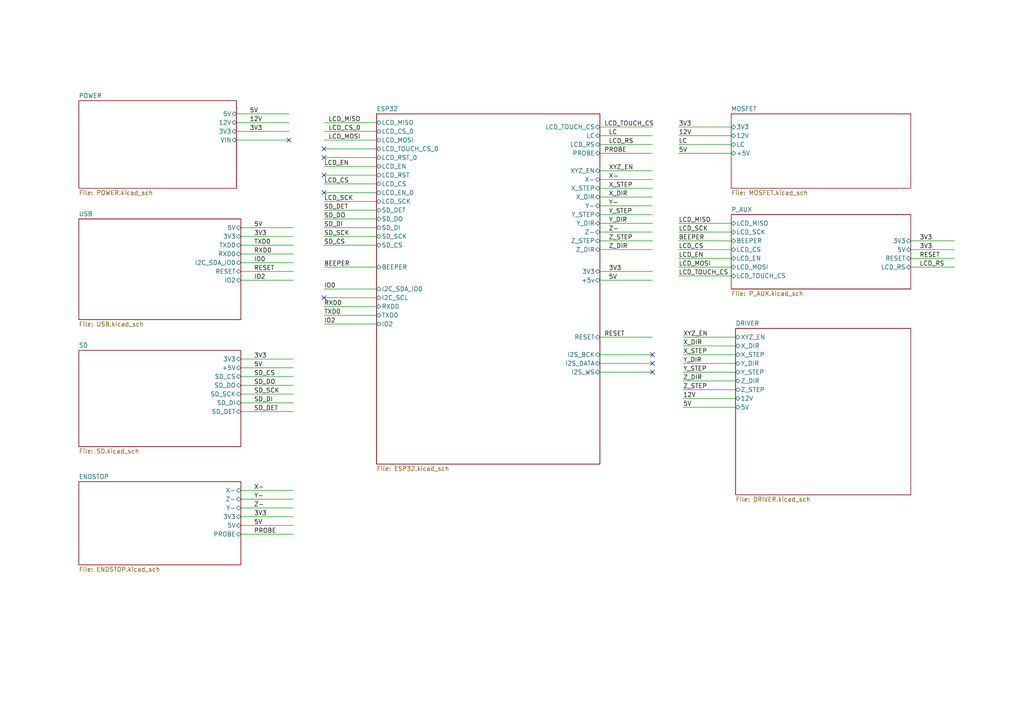
<source format=kicad_sch>
(kicad_sch
	(version 20231120)
	(generator "eeschema")
	(generator_version "8.0")
	(uuid "309a64f8-6469-4d37-84bd-c9d5fec44f88")
	(paper "A4")
	(lib_symbols)
	(no_connect
		(at 93.98 55.88)
		(uuid "12d3d505-df59-463b-b623-7947fade5563")
	)
	(no_connect
		(at 189.23 105.41)
		(uuid "1d12bc1a-628a-4d6c-8806-1a7f14c8ac9b")
	)
	(no_connect
		(at 83.82 40.64)
		(uuid "310b4e6a-5225-4b93-8370-887ba29641fd")
	)
	(no_connect
		(at 93.98 45.72)
		(uuid "3464feeb-b3d3-4f36-86e9-89c68ceef088")
	)
	(no_connect
		(at 93.98 50.8)
		(uuid "3eaede7f-9b62-4ea4-b2ab-6bb7f5fa0a16")
	)
	(no_connect
		(at 93.98 86.36)
		(uuid "44c105f5-8963-4429-b7e2-91cfb75cd469")
	)
	(no_connect
		(at 93.98 43.18)
		(uuid "4d990e5d-2eed-493a-addf-bfa23f885d24")
	)
	(no_connect
		(at 189.23 102.87)
		(uuid "b848a51e-6bdc-4d7c-ab8c-fc2c55191e34")
	)
	(no_connect
		(at 189.23 107.95)
		(uuid "d338c3bb-8ee8-4122-a221-afebabd1e89b")
	)
	(wire
		(pts
			(xy 198.12 100.33) (xy 213.36 100.33)
		)
		(stroke
			(width 0)
			(type default)
		)
		(uuid "002f2468-778c-451a-90e9-428a8a68cae8")
	)
	(wire
		(pts
			(xy 196.85 80.01) (xy 212.09 80.01)
		)
		(stroke
			(width 0)
			(type default)
		)
		(uuid "00a80d3f-ebcb-4737-b2c5-d3832eeb7178")
	)
	(wire
		(pts
			(xy 173.99 57.15) (xy 189.23 57.15)
		)
		(stroke
			(width 0)
			(type default)
		)
		(uuid "051626f2-d73e-418c-a80a-0b7fe368d54e")
	)
	(wire
		(pts
			(xy 196.85 67.31) (xy 212.09 67.31)
		)
		(stroke
			(width 0)
			(type default)
		)
		(uuid "06305edb-9bc4-48b1-bbbe-d52728982b1d")
	)
	(wire
		(pts
			(xy 173.99 81.28) (xy 189.23 81.28)
		)
		(stroke
			(width 0)
			(type default)
		)
		(uuid "077e158e-072b-499a-98e2-9ff984735bd2")
	)
	(wire
		(pts
			(xy 69.85 152.4) (xy 85.09 152.4)
		)
		(stroke
			(width 0)
			(type default)
		)
		(uuid "0b3d23b6-a577-4407-aa0b-a795d89e5068")
	)
	(wire
		(pts
			(xy 264.16 69.85) (xy 276.86 69.85)
		)
		(stroke
			(width 0)
			(type default)
		)
		(uuid "0fdf76ac-1a08-47a6-9b6c-08edb9829c8e")
	)
	(wire
		(pts
			(xy 93.98 38.1) (xy 109.22 38.1)
		)
		(stroke
			(width 0)
			(type default)
		)
		(uuid "0fe2040a-a086-4a6d-bfca-a3f6042c3bde")
	)
	(wire
		(pts
			(xy 69.85 76.2) (xy 85.09 76.2)
		)
		(stroke
			(width 0)
			(type default)
		)
		(uuid "10bd79d7-94ae-4693-a547-f7cca1b98779")
	)
	(wire
		(pts
			(xy 93.98 77.47) (xy 109.22 77.47)
		)
		(stroke
			(width 0)
			(type default)
		)
		(uuid "13d8b090-5397-4f33-a294-630ab9d2725d")
	)
	(wire
		(pts
			(xy 93.98 40.64) (xy 109.22 40.64)
		)
		(stroke
			(width 0)
			(type default)
		)
		(uuid "14ec6519-42c2-4840-8385-dc19f41c4f4d")
	)
	(wire
		(pts
			(xy 69.85 154.94) (xy 85.09 154.94)
		)
		(stroke
			(width 0)
			(type default)
		)
		(uuid "1628fe2e-5ebd-4317-bb3f-4a047c3fbaf5")
	)
	(wire
		(pts
			(xy 173.99 62.23) (xy 189.23 62.23)
		)
		(stroke
			(width 0)
			(type default)
		)
		(uuid "17103e86-b0db-4502-bfb6-b21653e497e8")
	)
	(wire
		(pts
			(xy 173.99 72.39) (xy 189.23 72.39)
		)
		(stroke
			(width 0)
			(type default)
		)
		(uuid "1d936b53-2f34-4323-a2b4-ae59c905b918")
	)
	(wire
		(pts
			(xy 198.12 102.87) (xy 213.36 102.87)
		)
		(stroke
			(width 0)
			(type default)
		)
		(uuid "2121369a-9240-48af-880d-1d25bd478ed3")
	)
	(wire
		(pts
			(xy 196.85 39.37) (xy 212.09 39.37)
		)
		(stroke
			(width 0)
			(type default)
		)
		(uuid "24cde3ad-f9a5-4822-b56d-705ec5534dbc")
	)
	(wire
		(pts
			(xy 93.98 91.44) (xy 109.22 91.44)
		)
		(stroke
			(width 0)
			(type default)
		)
		(uuid "26a9f601-68fe-4adc-ab7b-9fe63e99deb5")
	)
	(wire
		(pts
			(xy 198.12 115.57) (xy 213.36 115.57)
		)
		(stroke
			(width 0)
			(type default)
		)
		(uuid "27602972-d941-4470-a3e6-1bf7ca2132ce")
	)
	(wire
		(pts
			(xy 68.58 38.1) (xy 83.82 38.1)
		)
		(stroke
			(width 0)
			(type default)
		)
		(uuid "29d03ffb-62fd-44e1-9a8a-81746b666105")
	)
	(wire
		(pts
			(xy 69.85 119.38) (xy 85.09 119.38)
		)
		(stroke
			(width 0)
			(type default)
		)
		(uuid "2ab3448e-5f53-4d57-82bf-a2e0a452cbaa")
	)
	(wire
		(pts
			(xy 93.98 63.5) (xy 109.22 63.5)
		)
		(stroke
			(width 0)
			(type default)
		)
		(uuid "2d8ac189-8580-4203-bd9b-37c54ebec228")
	)
	(wire
		(pts
			(xy 69.85 68.58) (xy 85.09 68.58)
		)
		(stroke
			(width 0)
			(type default)
		)
		(uuid "2d91e92a-9977-4c79-9523-5a659fe14490")
	)
	(wire
		(pts
			(xy 264.16 77.47) (xy 276.86 77.47)
		)
		(stroke
			(width 0)
			(type default)
		)
		(uuid "3258d648-a8e5-4744-a423-2c3db5706c57")
	)
	(wire
		(pts
			(xy 93.98 53.34) (xy 109.22 53.34)
		)
		(stroke
			(width 0)
			(type default)
		)
		(uuid "42d1e54d-5ff2-45be-bfa8-933d47199e11")
	)
	(wire
		(pts
			(xy 173.99 36.83) (xy 189.23 36.83)
		)
		(stroke
			(width 0)
			(type default)
		)
		(uuid "4480eaf9-f7ba-425e-bf54-2ffd43a4dc71")
	)
	(wire
		(pts
			(xy 68.58 35.56) (xy 83.82 35.56)
		)
		(stroke
			(width 0)
			(type default)
		)
		(uuid "45c2b56e-3048-4a56-b48b-e6cda4153c9d")
	)
	(wire
		(pts
			(xy 196.85 74.93) (xy 212.09 74.93)
		)
		(stroke
			(width 0)
			(type default)
		)
		(uuid "4b48eb14-8711-4c02-a735-b7fb5ecd2701")
	)
	(wire
		(pts
			(xy 93.98 86.36) (xy 109.22 86.36)
		)
		(stroke
			(width 0)
			(type default)
		)
		(uuid "4be917c2-fe88-4866-b4da-71d35520531b")
	)
	(wire
		(pts
			(xy 93.98 45.72) (xy 109.22 45.72)
		)
		(stroke
			(width 0)
			(type default)
		)
		(uuid "4e86dbdb-f6d8-4894-becf-5d6d802a3665")
	)
	(wire
		(pts
			(xy 68.58 33.02) (xy 83.82 33.02)
		)
		(stroke
			(width 0)
			(type default)
		)
		(uuid "4f964b72-0e62-4faa-ba07-561ff291c7a3")
	)
	(wire
		(pts
			(xy 69.85 149.86) (xy 85.09 149.86)
		)
		(stroke
			(width 0)
			(type default)
		)
		(uuid "4ff83609-3eeb-4e82-a916-07ee65869b74")
	)
	(wire
		(pts
			(xy 173.99 107.95) (xy 189.23 107.95)
		)
		(stroke
			(width 0)
			(type default)
		)
		(uuid "527c0d50-815d-4f09-90b1-963bf372b13d")
	)
	(wire
		(pts
			(xy 68.58 40.64) (xy 83.82 40.64)
		)
		(stroke
			(width 0)
			(type default)
		)
		(uuid "529b994a-11d9-43f3-81a2-74f30182c4e9")
	)
	(wire
		(pts
			(xy 173.99 49.53) (xy 189.23 49.53)
		)
		(stroke
			(width 0)
			(type default)
		)
		(uuid "52cad208-061d-41a6-a0cd-e47db1cb6a0f")
	)
	(wire
		(pts
			(xy 69.85 116.84) (xy 85.09 116.84)
		)
		(stroke
			(width 0)
			(type default)
		)
		(uuid "5353d464-6974-42cf-bd18-ca9320214583")
	)
	(wire
		(pts
			(xy 93.98 58.42) (xy 109.22 58.42)
		)
		(stroke
			(width 0)
			(type default)
		)
		(uuid "573a08fe-2b8a-4b48-bb5b-6dbe960dff49")
	)
	(wire
		(pts
			(xy 198.12 107.95) (xy 213.36 107.95)
		)
		(stroke
			(width 0)
			(type default)
		)
		(uuid "57b02046-c4bb-4bd1-9a3c-3885b4bf25b1")
	)
	(wire
		(pts
			(xy 198.12 118.11) (xy 213.36 118.11)
		)
		(stroke
			(width 0)
			(type default)
		)
		(uuid "626ed919-6b99-4ef7-9e47-3385a467f23e")
	)
	(wire
		(pts
			(xy 69.85 71.12) (xy 85.09 71.12)
		)
		(stroke
			(width 0)
			(type default)
		)
		(uuid "62d3bfa0-d787-4219-9d6c-0f7c510bd5b8")
	)
	(wire
		(pts
			(xy 69.85 66.04) (xy 85.09 66.04)
		)
		(stroke
			(width 0)
			(type default)
		)
		(uuid "705c4449-7bb4-474d-b70a-f585338e476f")
	)
	(wire
		(pts
			(xy 198.12 113.03) (xy 213.36 113.03)
		)
		(stroke
			(width 0)
			(type default)
		)
		(uuid "72b7f1fb-81b9-4746-9a06-2caf58ad4576")
	)
	(wire
		(pts
			(xy 93.98 55.88) (xy 109.22 55.88)
		)
		(stroke
			(width 0)
			(type default)
		)
		(uuid "76ebb470-c550-46cd-9b89-ab9558292606")
	)
	(wire
		(pts
			(xy 196.85 69.85) (xy 212.09 69.85)
		)
		(stroke
			(width 0)
			(type default)
		)
		(uuid "7838e75b-3ae6-4724-a7ba-1af1cff83037")
	)
	(wire
		(pts
			(xy 69.85 147.32) (xy 85.09 147.32)
		)
		(stroke
			(width 0)
			(type default)
		)
		(uuid "7a60e9de-e470-4027-85a4-54d4669680de")
	)
	(wire
		(pts
			(xy 69.85 111.76) (xy 85.09 111.76)
		)
		(stroke
			(width 0)
			(type default)
		)
		(uuid "7d742ff9-6510-44b0-bed5-297037949ff6")
	)
	(wire
		(pts
			(xy 93.98 93.98) (xy 109.22 93.98)
		)
		(stroke
			(width 0)
			(type default)
		)
		(uuid "7e8ff188-8cea-4096-89fb-ecca4fad13cc")
	)
	(wire
		(pts
			(xy 69.85 106.68) (xy 85.09 106.68)
		)
		(stroke
			(width 0)
			(type default)
		)
		(uuid "7fb2481a-1601-4904-95a2-dc4dde06ecaa")
	)
	(wire
		(pts
			(xy 93.98 68.58) (xy 109.22 68.58)
		)
		(stroke
			(width 0)
			(type default)
		)
		(uuid "7fbf88ea-50fe-4af0-a446-4045d6c3b1d6")
	)
	(wire
		(pts
			(xy 93.98 60.96) (xy 109.22 60.96)
		)
		(stroke
			(width 0)
			(type default)
		)
		(uuid "818618f4-3188-4498-b3ad-b6ba24fb52a5")
	)
	(wire
		(pts
			(xy 173.99 97.79) (xy 189.23 97.79)
		)
		(stroke
			(width 0)
			(type default)
		)
		(uuid "875e6041-c798-40e5-8f05-0fd5adfd59a4")
	)
	(wire
		(pts
			(xy 69.85 142.24) (xy 85.09 142.24)
		)
		(stroke
			(width 0)
			(type default)
		)
		(uuid "882cbdb8-abc9-4d50-8fb3-83231d99d170")
	)
	(wire
		(pts
			(xy 93.98 35.56) (xy 109.22 35.56)
		)
		(stroke
			(width 0)
			(type default)
		)
		(uuid "890f01dc-2660-4c13-aa95-749ce2dcbd79")
	)
	(wire
		(pts
			(xy 93.98 83.82) (xy 109.22 83.82)
		)
		(stroke
			(width 0)
			(type default)
		)
		(uuid "8a0fca3f-89bc-42de-ac62-e5c3814cec4c")
	)
	(wire
		(pts
			(xy 173.99 105.41) (xy 189.23 105.41)
		)
		(stroke
			(width 0)
			(type default)
		)
		(uuid "8c4c1755-45da-4d9c-8abb-c8426bdd621a")
	)
	(wire
		(pts
			(xy 173.99 41.91) (xy 189.23 41.91)
		)
		(stroke
			(width 0)
			(type default)
		)
		(uuid "8f172efa-0a60-485c-b6ab-f756f8ccdd50")
	)
	(wire
		(pts
			(xy 173.99 64.77) (xy 189.23 64.77)
		)
		(stroke
			(width 0)
			(type default)
		)
		(uuid "8f395720-e4e5-4e88-a6ac-3fb351a9fd2b")
	)
	(wire
		(pts
			(xy 173.99 52.07) (xy 189.23 52.07)
		)
		(stroke
			(width 0)
			(type default)
		)
		(uuid "9197e706-bce2-4e5c-a5b0-f59c6a59648d")
	)
	(wire
		(pts
			(xy 93.98 50.8) (xy 109.22 50.8)
		)
		(stroke
			(width 0)
			(type default)
		)
		(uuid "9277f7e8-85e9-40d8-b52a-593473108fb0")
	)
	(wire
		(pts
			(xy 173.99 69.85) (xy 189.23 69.85)
		)
		(stroke
			(width 0)
			(type default)
		)
		(uuid "9473d8b1-198d-49cd-894c-3d2988158ef6")
	)
	(wire
		(pts
			(xy 198.12 110.49) (xy 213.36 110.49)
		)
		(stroke
			(width 0)
			(type default)
		)
		(uuid "99324a85-2b88-449d-92e4-0497afb8230a")
	)
	(wire
		(pts
			(xy 196.85 36.83) (xy 212.09 36.83)
		)
		(stroke
			(width 0)
			(type default)
		)
		(uuid "99407cb5-aacd-4d47-a49b-0ef078b5aafd")
	)
	(wire
		(pts
			(xy 173.99 59.69) (xy 189.23 59.69)
		)
		(stroke
			(width 0)
			(type default)
		)
		(uuid "9d71435f-3eb9-462f-96b6-42ecf59bbe59")
	)
	(wire
		(pts
			(xy 69.85 114.3) (xy 85.09 114.3)
		)
		(stroke
			(width 0)
			(type default)
		)
		(uuid "9d9d0a74-185e-465c-882a-2a5c09888f59")
	)
	(wire
		(pts
			(xy 69.85 109.22) (xy 85.09 109.22)
		)
		(stroke
			(width 0)
			(type default)
		)
		(uuid "9e65e075-2f50-42ca-967e-60cd5f4fd030")
	)
	(wire
		(pts
			(xy 93.98 88.9) (xy 109.22 88.9)
		)
		(stroke
			(width 0)
			(type default)
		)
		(uuid "a01ed52f-25cf-4a38-9d64-b78a648f5766")
	)
	(wire
		(pts
			(xy 173.99 44.45) (xy 189.23 44.45)
		)
		(stroke
			(width 0)
			(type default)
		)
		(uuid "a423581e-2f97-42c8-bd1a-9667a2228559")
	)
	(wire
		(pts
			(xy 196.85 64.77) (xy 212.09 64.77)
		)
		(stroke
			(width 0)
			(type default)
		)
		(uuid "ac6af785-9021-4c06-b75e-5c596ba34d6c")
	)
	(wire
		(pts
			(xy 196.85 72.39) (xy 212.09 72.39)
		)
		(stroke
			(width 0)
			(type default)
		)
		(uuid "b0b4c55e-8e46-4db7-8297-a851c834b5d5")
	)
	(wire
		(pts
			(xy 69.85 144.78) (xy 85.09 144.78)
		)
		(stroke
			(width 0)
			(type default)
		)
		(uuid "b1cc3142-4b82-4da9-ad04-91543b3b2f8b")
	)
	(wire
		(pts
			(xy 196.85 41.91) (xy 212.09 41.91)
		)
		(stroke
			(width 0)
			(type default)
		)
		(uuid "b284926c-d89f-431d-a379-ebd0d1a9ec4b")
	)
	(wire
		(pts
			(xy 173.99 67.31) (xy 189.23 67.31)
		)
		(stroke
			(width 0)
			(type default)
		)
		(uuid "b5c90206-5765-43f1-91a6-318e38c95de6")
	)
	(wire
		(pts
			(xy 173.99 39.37) (xy 189.23 39.37)
		)
		(stroke
			(width 0)
			(type default)
		)
		(uuid "b73f2936-ed5b-4af4-87fa-5bd16178a1b0")
	)
	(wire
		(pts
			(xy 264.16 74.93) (xy 276.86 74.93)
		)
		(stroke
			(width 0)
			(type default)
		)
		(uuid "b77f2a3f-938c-4e3b-99a9-7e91843c07d6")
	)
	(wire
		(pts
			(xy 173.99 54.61) (xy 189.23 54.61)
		)
		(stroke
			(width 0)
			(type default)
		)
		(uuid "b949ea4f-cc2b-4c3c-8bc5-054aecfbb120")
	)
	(wire
		(pts
			(xy 173.99 102.87) (xy 189.23 102.87)
		)
		(stroke
			(width 0)
			(type default)
		)
		(uuid "b9a0feb2-90da-491c-b168-a05fb679cfad")
	)
	(wire
		(pts
			(xy 264.16 72.39) (xy 276.86 72.39)
		)
		(stroke
			(width 0)
			(type default)
		)
		(uuid "bb10a965-504e-4e25-9705-1e33dc729c91")
	)
	(wire
		(pts
			(xy 69.85 81.28) (xy 85.09 81.28)
		)
		(stroke
			(width 0)
			(type default)
		)
		(uuid "bea277ae-3c48-40b8-a731-c16a35d60df8")
	)
	(wire
		(pts
			(xy 93.98 66.04) (xy 109.22 66.04)
		)
		(stroke
			(width 0)
			(type default)
		)
		(uuid "c2b086ba-f7f9-4ce1-afbc-6a1569387fd7")
	)
	(wire
		(pts
			(xy 196.85 44.45) (xy 212.09 44.45)
		)
		(stroke
			(width 0)
			(type default)
		)
		(uuid "c96afdab-ef35-440d-8dd2-7ee54c10470a")
	)
	(wire
		(pts
			(xy 198.12 97.79) (xy 213.36 97.79)
		)
		(stroke
			(width 0)
			(type default)
		)
		(uuid "ca3d1306-0088-441d-9f1e-69d3975c8476")
	)
	(wire
		(pts
			(xy 69.85 78.74) (xy 85.09 78.74)
		)
		(stroke
			(width 0)
			(type default)
		)
		(uuid "db838f75-61f6-4eb6-974c-f7da4ee096d8")
	)
	(wire
		(pts
			(xy 198.12 105.41) (xy 213.36 105.41)
		)
		(stroke
			(width 0)
			(type default)
		)
		(uuid "e303fea9-cfcf-4d6a-84cd-26daf865189c")
	)
	(wire
		(pts
			(xy 196.85 77.47) (xy 212.09 77.47)
		)
		(stroke
			(width 0)
			(type default)
		)
		(uuid "e3a2f155-2cf6-4868-9162-5ced57374540")
	)
	(wire
		(pts
			(xy 173.99 78.74) (xy 189.23 78.74)
		)
		(stroke
			(width 0)
			(type default)
		)
		(uuid "e42395c7-f03b-4ec2-a5ac-6e7872a36d4b")
	)
	(wire
		(pts
			(xy 69.85 104.14) (xy 85.09 104.14)
		)
		(stroke
			(width 0)
			(type default)
		)
		(uuid "e431a8c3-5072-45dc-b189-ba6556a17785")
	)
	(wire
		(pts
			(xy 93.98 43.18) (xy 109.22 43.18)
		)
		(stroke
			(width 0)
			(type default)
		)
		(uuid "e59bfa92-b4e3-474d-9bef-a5d2d99eb7f8")
	)
	(wire
		(pts
			(xy 69.85 73.66) (xy 85.09 73.66)
		)
		(stroke
			(width 0)
			(type default)
		)
		(uuid "e779f146-910a-475c-89b1-d3788915ed82")
	)
	(wire
		(pts
			(xy 93.98 71.12) (xy 109.22 71.12)
		)
		(stroke
			(width 0)
			(type default)
		)
		(uuid "f071e85b-98b3-4eb4-a7ac-35d07ef16df0")
	)
	(wire
		(pts
			(xy 93.98 48.26) (xy 109.22 48.26)
		)
		(stroke
			(width 0)
			(type default)
		)
		(uuid "f33384f5-4772-4b41-9218-95fb5f86ac7b")
	)
	(label "RESET"
		(at 175.26 97.79 0)
		(fields_autoplaced yes)
		(effects
			(font
				(size 1.27 1.27)
			)
			(justify left bottom)
		)
		(uuid "0c51c319-7630-4d9e-85b2-49e91cd8598c")
	)
	(label "Y_STEP"
		(at 198.12 107.95 0)
		(fields_autoplaced yes)
		(effects
			(font
				(size 1.27 1.27)
			)
			(justify left bottom)
		)
		(uuid "10b4e663-99c4-4355-91a2-3bb3ed7d6741")
	)
	(label "TXD0"
		(at 93.98 91.44 0)
		(fields_autoplaced yes)
		(effects
			(font
				(size 1.27 1.27)
			)
			(justify left bottom)
		)
		(uuid "1922222f-3bfb-46e0-8568-89198d81c8b1")
	)
	(label "LC"
		(at 176.53 39.37 0)
		(fields_autoplaced yes)
		(effects
			(font
				(size 1.27 1.27)
			)
			(justify left bottom)
		)
		(uuid "1ad968bc-a1ae-4933-95dd-4a1e1c9f221e")
	)
	(label "SD_CS"
		(at 73.66 109.22 0)
		(fields_autoplaced yes)
		(effects
			(font
				(size 1.27 1.27)
			)
			(justify left bottom)
		)
		(uuid "1b616393-d13c-467a-98cf-eb4d2435f0bf")
	)
	(label "LCD_MISO"
		(at 95.25 35.56 0)
		(fields_autoplaced yes)
		(effects
			(font
				(size 1.27 1.27)
			)
			(justify left bottom)
		)
		(uuid "1be313c2-89d8-4c6d-90f7-407299c3996e")
	)
	(label "Y_DIR"
		(at 198.12 105.41 0)
		(fields_autoplaced yes)
		(effects
			(font
				(size 1.27 1.27)
			)
			(justify left bottom)
		)
		(uuid "1c058196-a448-476f-989e-abf9a0b6d6c2")
	)
	(label "TXD0"
		(at 73.66 71.12 0)
		(fields_autoplaced yes)
		(effects
			(font
				(size 1.27 1.27)
			)
			(justify left bottom)
		)
		(uuid "22ea786e-6978-4109-8553-00198bc933fd")
	)
	(label "IO2"
		(at 73.66 81.28 0)
		(fields_autoplaced yes)
		(effects
			(font
				(size 1.27 1.27)
			)
			(justify left bottom)
		)
		(uuid "2d8d9cde-8607-42b3-97dd-fc306395e009")
	)
	(label "XYZ_EN"
		(at 198.12 97.79 0)
		(fields_autoplaced yes)
		(effects
			(font
				(size 1.27 1.27)
			)
			(justify left bottom)
		)
		(uuid "2e0be666-da04-4727-9988-5825a39eec3d")
	)
	(label "X_DIR"
		(at 176.53 57.15 0)
		(fields_autoplaced yes)
		(effects
			(font
				(size 1.27 1.27)
			)
			(justify left bottom)
		)
		(uuid "2e215b13-bf6a-4211-94ee-b71657dce48c")
	)
	(label "LCD_MOSI"
		(at 196.85 77.47 0)
		(fields_autoplaced yes)
		(effects
			(font
				(size 1.27 1.27)
			)
			(justify left bottom)
		)
		(uuid "2f71f6fb-7800-4b9e-8ed1-eee9fc052b1d")
	)
	(label "3V3"
		(at 73.66 68.58 0)
		(fields_autoplaced yes)
		(effects
			(font
				(size 1.27 1.27)
			)
			(justify left bottom)
		)
		(uuid "3317d41c-d232-444e-b3b1-667cb0f113a2")
	)
	(label "LCD_SCK"
		(at 196.85 67.31 0)
		(fields_autoplaced yes)
		(effects
			(font
				(size 1.27 1.27)
			)
			(justify left bottom)
		)
		(uuid "331fd4a4-5ccb-488a-be50-ee2e62a61d22")
	)
	(label "LCD_CS"
		(at 93.98 53.34 0)
		(fields_autoplaced yes)
		(effects
			(font
				(size 1.27 1.27)
			)
			(justify left bottom)
		)
		(uuid "410bf2c4-0f3f-4e5b-9686-ae6481244ac8")
	)
	(label "12V"
		(at 198.12 115.57 0)
		(fields_autoplaced yes)
		(effects
			(font
				(size 1.27 1.27)
			)
			(justify left bottom)
		)
		(uuid "48ab926a-2942-406a-a0f2-e29368414b3b")
	)
	(label "LCD_RS"
		(at 176.53 41.91 0)
		(fields_autoplaced yes)
		(effects
			(font
				(size 1.27 1.27)
			)
			(justify left bottom)
		)
		(uuid "4f129154-2f5e-44e2-b03f-d851833911e7")
	)
	(label "SD_CS"
		(at 93.98 71.12 0)
		(fields_autoplaced yes)
		(effects
			(font
				(size 1.27 1.27)
			)
			(justify left bottom)
		)
		(uuid "510f1ea3-d812-4b6c-ab81-3c05d325e8ca")
	)
	(label "SD_DI"
		(at 73.66 116.84 0)
		(fields_autoplaced yes)
		(effects
			(font
				(size 1.27 1.27)
			)
			(justify left bottom)
		)
		(uuid "518e832b-a365-49e5-a7ec-26e265ac76a2")
	)
	(label "BEEPER"
		(at 93.98 77.47 0)
		(fields_autoplaced yes)
		(effects
			(font
				(size 1.27 1.27)
			)
			(justify left bottom)
		)
		(uuid "519a09f4-aebe-470c-8c14-726d3e793f99")
	)
	(label "LCD_SCK"
		(at 93.98 58.42 0)
		(fields_autoplaced yes)
		(effects
			(font
				(size 1.27 1.27)
			)
			(justify left bottom)
		)
		(uuid "544d78f1-77ca-4915-994a-b4d04e164c48")
	)
	(label "LCD_TOUCH_CS"
		(at 196.85 80.01 0)
		(fields_autoplaced yes)
		(effects
			(font
				(size 1.27 1.27)
			)
			(justify left bottom)
		)
		(uuid "56c2a579-4d8a-477a-af9e-a2ce47d38555")
	)
	(label "LCD_EN"
		(at 196.85 74.93 0)
		(fields_autoplaced yes)
		(effects
			(font
				(size 1.27 1.27)
			)
			(justify left bottom)
		)
		(uuid "5b65841d-db33-4451-9884-38c6366eaaa8")
	)
	(label "3V3"
		(at 73.66 149.86 0)
		(fields_autoplaced yes)
		(effects
			(font
				(size 1.27 1.27)
			)
			(justify left bottom)
		)
		(uuid "5baa597b-5b1a-40f8-96be-52c7b4339a04")
	)
	(label "IO0"
		(at 73.66 76.2 0)
		(fields_autoplaced yes)
		(effects
			(font
				(size 1.27 1.27)
			)
			(justify left bottom)
		)
		(uuid "5f4a23c1-ab12-4bec-b91a-b650480e810a")
	)
	(label "LC"
		(at 196.85 41.91 0)
		(fields_autoplaced yes)
		(effects
			(font
				(size 1.27 1.27)
			)
			(justify left bottom)
		)
		(uuid "60270052-1978-4f68-af83-5e80ab219738")
	)
	(label "SD_DI"
		(at 93.98 66.04 0)
		(fields_autoplaced yes)
		(effects
			(font
				(size 1.27 1.27)
			)
			(justify left bottom)
		)
		(uuid "62d6c204-187d-415f-9470-2f1d0aee1430")
	)
	(label "12V"
		(at 72.39 35.56 0)
		(fields_autoplaced yes)
		(effects
			(font
				(size 1.27 1.27)
			)
			(justify left bottom)
		)
		(uuid "632d36d4-5b0b-470f-a4b7-c59bba22f4cf")
	)
	(label "LCD_CS_0"
		(at 95.25 38.1 0)
		(fields_autoplaced yes)
		(effects
			(font
				(size 1.27 1.27)
			)
			(justify left bottom)
		)
		(uuid "6465ab00-0fe2-446d-abb4-265bd725134e")
	)
	(label "BEEPER"
		(at 196.85 69.85 0)
		(fields_autoplaced yes)
		(effects
			(font
				(size 1.27 1.27)
			)
			(justify left bottom)
		)
		(uuid "65b616b6-04d5-4876-b5d4-e7f94f106b1b")
	)
	(label "X_DIR"
		(at 198.12 100.33 0)
		(fields_autoplaced yes)
		(effects
			(font
				(size 1.27 1.27)
			)
			(justify left bottom)
		)
		(uuid "6d38cee8-e270-44ec-a227-1838efa1c4e2")
	)
	(label "SD_DO"
		(at 73.66 111.76 0)
		(fields_autoplaced yes)
		(effects
			(font
				(size 1.27 1.27)
			)
			(justify left bottom)
		)
		(uuid "6eb852bf-3dee-483f-95da-34ed0a671356")
	)
	(label "3V3"
		(at 72.39 38.1 0)
		(fields_autoplaced yes)
		(effects
			(font
				(size 1.27 1.27)
			)
			(justify left bottom)
		)
		(uuid "7293e27e-aa6d-4896-872f-f1cbf10164fb")
	)
	(label "5V"
		(at 196.85 44.45 0)
		(fields_autoplaced yes)
		(effects
			(font
				(size 1.27 1.27)
			)
			(justify left bottom)
		)
		(uuid "7405510c-43cb-4e53-8da2-50a7974eb667")
	)
	(label "RXD0"
		(at 93.98 88.9 0)
		(fields_autoplaced yes)
		(effects
			(font
				(size 1.27 1.27)
			)
			(justify left bottom)
		)
		(uuid "7463bfac-1e6e-4ab2-90cf-6cd7b1c2d737")
	)
	(label "5V"
		(at 176.53 81.28 0)
		(fields_autoplaced yes)
		(effects
			(font
				(size 1.27 1.27)
			)
			(justify left bottom)
		)
		(uuid "766fe905-ff70-4dfd-82dc-14ddd04a3051")
	)
	(label "5V"
		(at 198.12 118.11 0)
		(fields_autoplaced yes)
		(effects
			(font
				(size 1.27 1.27)
			)
			(justify left bottom)
		)
		(uuid "892ec74d-5139-42be-b2ed-d1627371bb70")
	)
	(label "Y-"
		(at 73.66 144.78 0)
		(fields_autoplaced yes)
		(effects
			(font
				(size 1.27 1.27)
			)
			(justify left bottom)
		)
		(uuid "8cc14e71-9fa9-4acf-ba87-45bcd121589d")
	)
	(label "LCD_TOUCH_CS"
		(at 175.26 36.83 0)
		(fields_autoplaced yes)
		(effects
			(font
				(size 1.27 1.27)
			)
			(justify left bottom)
		)
		(uuid "90eb6d99-2a7c-4ba1-9155-84b16ecc546a")
	)
	(label "Y_STEP"
		(at 176.53 62.23 0)
		(fields_autoplaced yes)
		(effects
			(font
				(size 1.27 1.27)
			)
			(justify left bottom)
		)
		(uuid "93e50d8a-6377-4409-92d8-a794da1e2119")
	)
	(label "IO0"
		(at 93.98 83.82 0)
		(fields_autoplaced yes)
		(effects
			(font
				(size 1.27 1.27)
			)
			(justify left bottom)
		)
		(uuid "94305c9e-1afe-4fbe-a712-a61265adb44d")
	)
	(label "SD_SCK"
		(at 93.98 68.58 0)
		(fields_autoplaced yes)
		(effects
			(font
				(size 1.27 1.27)
			)
			(justify left bottom)
		)
		(uuid "99e99cc4-4a5b-4ab5-8592-2cfd99f2fabe")
	)
	(label "3V3"
		(at 73.66 104.14 0)
		(fields_autoplaced yes)
		(effects
			(font
				(size 1.27 1.27)
			)
			(justify left bottom)
		)
		(uuid "9a6c771e-1097-45fb-b0f1-424fa4b8466e")
	)
	(label "SD_DET"
		(at 93.98 60.96 0)
		(fields_autoplaced yes)
		(effects
			(font
				(size 1.27 1.27)
			)
			(justify left bottom)
		)
		(uuid "9d232f72-58f9-4a38-b62a-5c1d92fb7dc1")
	)
	(label "Z_DIR"
		(at 176.53 72.39 0)
		(fields_autoplaced yes)
		(effects
			(font
				(size 1.27 1.27)
			)
			(justify left bottom)
		)
		(uuid "9d9750ad-316a-41c2-a17c-68d432661eef")
	)
	(label "3V3"
		(at 266.7 69.85 0)
		(fields_autoplaced yes)
		(effects
			(font
				(size 1.27 1.27)
			)
			(justify left bottom)
		)
		(uuid "9fc09b63-aaf5-4cfd-a355-9acf1082e91b")
	)
	(label "Z_STEP"
		(at 198.12 113.03 0)
		(fields_autoplaced yes)
		(effects
			(font
				(size 1.27 1.27)
			)
			(justify left bottom)
		)
		(uuid "a07df920-a923-4c7b-b052-f7a2fa1c8df1")
	)
	(label "LCD_RS"
		(at 266.7 77.47 0)
		(fields_autoplaced yes)
		(effects
			(font
				(size 1.27 1.27)
			)
			(justify left bottom)
		)
		(uuid "aac310f7-6eb5-4896-a658-09bd79dbfdcf")
	)
	(label "SD_SCK"
		(at 73.66 114.3 0)
		(fields_autoplaced yes)
		(effects
			(font
				(size 1.27 1.27)
			)
			(justify left bottom)
		)
		(uuid "add31cf3-746a-483a-9080-2f65b2e44035")
	)
	(label "LCD_CS"
		(at 196.85 72.39 0)
		(fields_autoplaced yes)
		(effects
			(font
				(size 1.27 1.27)
			)
			(justify left bottom)
		)
		(uuid "af27f01a-4036-4175-b8ce-583fd925a93d")
	)
	(label "RXD0"
		(at 73.66 73.66 0)
		(fields_autoplaced yes)
		(effects
			(font
				(size 1.27 1.27)
			)
			(justify left bottom)
		)
		(uuid "b19305d6-a24e-4efc-b185-93faf30fb6c5")
	)
	(label "5V"
		(at 73.66 152.4 0)
		(fields_autoplaced yes)
		(effects
			(font
				(size 1.27 1.27)
			)
			(justify left bottom)
		)
		(uuid "b66b5e85-551a-40fa-bb58-f82edf94548c")
	)
	(label "5V"
		(at 72.39 33.02 0)
		(fields_autoplaced yes)
		(effects
			(font
				(size 1.27 1.27)
			)
			(justify left bottom)
		)
		(uuid "b69bdf9f-eebb-40e3-b878-c412c4a5bc38")
	)
	(label "Z-"
		(at 176.53 67.31 0)
		(fields_autoplaced yes)
		(effects
			(font
				(size 1.27 1.27)
			)
			(justify left bottom)
		)
		(uuid "b7985b2f-0aee-4e62-83b9-a6801960d6c3")
	)
	(label "Z-"
		(at 73.66 147.32 0)
		(fields_autoplaced yes)
		(effects
			(font
				(size 1.27 1.27)
			)
			(justify left bottom)
		)
		(uuid "be0f017c-c631-4425-a094-1106e0b5ed9c")
	)
	(label "Y_DIR"
		(at 176.53 64.77 0)
		(fields_autoplaced yes)
		(effects
			(font
				(size 1.27 1.27)
			)
			(justify left bottom)
		)
		(uuid "c283bf00-4dde-4893-b230-c0a8cdbf6cb3")
	)
	(label "Y-"
		(at 176.53 59.69 0)
		(fields_autoplaced yes)
		(effects
			(font
				(size 1.27 1.27)
			)
			(justify left bottom)
		)
		(uuid "cf6de428-afc4-409b-98a6-27103e7e6d0d")
	)
	(label "3V3"
		(at 196.85 36.83 0)
		(fields_autoplaced yes)
		(effects
			(font
				(size 1.27 1.27)
			)
			(justify left bottom)
		)
		(uuid "cfb8f841-8646-4005-8ca4-88f67c35fcba")
	)
	(label "LCD_EN"
		(at 93.98 48.26 0)
		(fields_autoplaced yes)
		(effects
			(font
				(size 1.27 1.27)
			)
			(justify left bottom)
		)
		(uuid "cfe04946-da4c-40b6-8718-9dde3d3f65cd")
	)
	(label "3V3"
		(at 266.7 72.39 0)
		(fields_autoplaced yes)
		(effects
			(font
				(size 1.27 1.27)
			)
			(justify left bottom)
		)
		(uuid "d06d718b-3482-42d0-b4d7-3e14a674f7b6")
	)
	(label "IO2"
		(at 93.98 93.98 0)
		(fields_autoplaced yes)
		(effects
			(font
				(size 1.27 1.27)
			)
			(justify left bottom)
		)
		(uuid "d11d0bb8-ad66-4022-90c9-66ba49d3657a")
	)
	(label "12V"
		(at 196.85 39.37 0)
		(fields_autoplaced yes)
		(effects
			(font
				(size 1.27 1.27)
			)
			(justify left bottom)
		)
		(uuid "d301597e-34e8-4f3e-98e1-6f27da6b4e06")
	)
	(label "XYZ_EN"
		(at 176.53 49.53 0)
		(fields_autoplaced yes)
		(effects
			(font
				(size 1.27 1.27)
			)
			(justify left bottom)
		)
		(uuid "d4f5e1a6-1323-40ca-9586-e156485d9a19")
	)
	(label "X-"
		(at 73.66 142.24 0)
		(fields_autoplaced yes)
		(effects
			(font
				(size 1.27 1.27)
			)
			(justify left bottom)
		)
		(uuid "d6b7a306-c7f1-4676-a876-e3fd80c80e40")
	)
	(label "SD_DO"
		(at 93.98 63.5 0)
		(fields_autoplaced yes)
		(effects
			(font
				(size 1.27 1.27)
			)
			(justify left bottom)
		)
		(uuid "d857cb07-ab23-491b-b53e-062b4f59a1a2")
	)
	(label "X-"
		(at 176.53 52.07 0)
		(fields_autoplaced yes)
		(effects
			(font
				(size 1.27 1.27)
			)
			(justify left bottom)
		)
		(uuid "e0023a10-7a5d-462c-962c-27baa1f461cc")
	)
	(label "RESET"
		(at 73.66 78.74 0)
		(fields_autoplaced yes)
		(effects
			(font
				(size 1.27 1.27)
			)
			(justify left bottom)
		)
		(uuid "e65eb5df-d32b-42cc-8361-9f2d9f48ea71")
	)
	(label "Z_DIR"
		(at 198.12 110.49 0)
		(fields_autoplaced yes)
		(effects
			(font
				(size 1.27 1.27)
			)
			(justify left bottom)
		)
		(uuid "e6ebf981-db61-483f-9578-5a2b3b826e2e")
	)
	(label "LCD_MOSI"
		(at 95.25 40.64 0)
		(fields_autoplaced yes)
		(effects
			(font
				(size 1.27 1.27)
			)
			(justify left bottom)
		)
		(uuid "e786d514-e8a3-4e00-8834-ad91363d2f19")
	)
	(label "PROBE"
		(at 73.66 154.94 0)
		(fields_autoplaced yes)
		(effects
			(font
				(size 1.27 1.27)
			)
			(justify left bottom)
		)
		(uuid "eeb1eb75-bb4f-4b0e-a48a-d4b48363299c")
	)
	(label "LCD_MISO"
		(at 196.85 64.77 0)
		(fields_autoplaced yes)
		(effects
			(font
				(size 1.27 1.27)
			)
			(justify left bottom)
		)
		(uuid "eebe996f-7546-4a6e-8a55-3a5db2379958")
	)
	(label "5V"
		(at 73.66 66.04 0)
		(fields_autoplaced yes)
		(effects
			(font
				(size 1.27 1.27)
			)
			(justify left bottom)
		)
		(uuid "eee3abdf-7036-47a6-889c-b78b6cf84c98")
	)
	(label "3V3"
		(at 176.53 78.74 0)
		(fields_autoplaced yes)
		(effects
			(font
				(size 1.27 1.27)
			)
			(justify left bottom)
		)
		(uuid "f3354f48-13d0-42f6-96e1-a207a7cce017")
	)
	(label "PROBE"
		(at 175.26 44.45 0)
		(fields_autoplaced yes)
		(effects
			(font
				(size 1.27 1.27)
			)
			(justify left bottom)
		)
		(uuid "f7adb81c-6270-43cd-9b40-6acd9b98b7f7")
	)
	(label "5V"
		(at 73.66 106.68 0)
		(fields_autoplaced yes)
		(effects
			(font
				(size 1.27 1.27)
			)
			(justify left bottom)
		)
		(uuid "f7b5014e-9b5f-4ae9-acba-014cac1b45b1")
	)
	(label "RESET"
		(at 266.7 74.93 0)
		(fields_autoplaced yes)
		(effects
			(font
				(size 1.27 1.27)
			)
			(justify left bottom)
		)
		(uuid "f95966bf-69a0-444e-9d50-0d7eae5843b4")
	)
	(label "SD_DET"
		(at 73.66 119.38 0)
		(fields_autoplaced yes)
		(effects
			(font
				(size 1.27 1.27)
			)
			(justify left bottom)
		)
		(uuid "faf083c2-19d3-4a23-a1f5-71eb99e019e9")
	)
	(label "Z_STEP"
		(at 176.53 69.85 0)
		(fields_autoplaced yes)
		(effects
			(font
				(size 1.27 1.27)
			)
			(justify left bottom)
		)
		(uuid "fc48644e-10d7-4cce-b047-ae307ea074aa")
	)
	(label "X_STEP"
		(at 198.12 102.87 0)
		(fields_autoplaced yes)
		(effects
			(font
				(size 1.27 1.27)
			)
			(justify left bottom)
		)
		(uuid "fe063737-a7ac-459f-a875-25b4f1dc4b6a")
	)
	(label "X_STEP"
		(at 176.53 54.61 0)
		(fields_autoplaced yes)
		(effects
			(font
				(size 1.27 1.27)
			)
			(justify left bottom)
		)
		(uuid "ff87e122-e576-4eb4-9094-8ad47a1fcc59")
	)
	(sheet
		(at 22.86 139.7)
		(size 46.99 24.13)
		(fields_autoplaced yes)
		(stroke
			(width 0.1524)
			(type solid)
		)
		(fill
			(color 0 0 0 0.0000)
		)
		(uuid "14f700f0-54e0-4f36-a176-6c712b7b10d3")
		(property "Sheetname" "ENDSTOP"
			(at 22.86 138.9884 0)
			(effects
				(font
					(size 1.27 1.27)
				)
				(justify left bottom)
			)
		)
		(property "Sheetfile" "ENDSTOP.kicad_sch"
			(at 22.86 164.4146 0)
			(effects
				(font
					(size 1.27 1.27)
				)
				(justify left top)
			)
		)
		(pin "X-" bidirectional
			(at 69.85 142.24 0)
			(effects
				(font
					(size 1.27 1.27)
				)
				(justify right)
			)
			(uuid "4f0d40ac-96f7-4b51-a661-971832242194")
		)
		(pin "Z-" bidirectional
			(at 69.85 144.78 0)
			(effects
				(font
					(size 1.27 1.27)
				)
				(justify right)
			)
			(uuid "67e10fcb-f007-44cb-9bb6-4a9fd4aa0e4e")
		)
		(pin "PROBE" bidirectional
			(at 69.85 154.94 0)
			(effects
				(font
					(size 1.27 1.27)
				)
				(justify right)
			)
			(uuid "0bca49c6-55d5-43df-8fbe-3d604ad776b4")
		)
		(pin "Y-" bidirectional
			(at 69.85 147.32 0)
			(effects
				(font
					(size 1.27 1.27)
				)
				(justify right)
			)
			(uuid "9f44280a-127e-4bd6-b946-d382eac2237b")
		)
		(pin "3V3" bidirectional
			(at 69.85 149.86 0)
			(effects
				(font
					(size 1.27 1.27)
				)
				(justify right)
			)
			(uuid "ae9906d7-fd98-448c-89e5-ec5c2086cfd3")
		)
		(pin "5V" bidirectional
			(at 69.85 152.4 0)
			(effects
				(font
					(size 1.27 1.27)
				)
				(justify right)
			)
			(uuid "683a2062-08f7-4efc-a865-83d39dbfee43")
		)
		(instances
			(project "CNC_Machine"
				(path "/309a64f8-6469-4d37-84bd-c9d5fec44f88"
					(page "6")
				)
			)
		)
	)
	(sheet
		(at 109.22 33.02)
		(size 64.77 101.6)
		(fields_autoplaced yes)
		(stroke
			(width 0.1524)
			(type solid)
		)
		(fill
			(color 0 0 0 0.0000)
		)
		(uuid "1b4263af-dc8f-494d-aa63-acb7e7ff30a6")
		(property "Sheetname" "ESP32"
			(at 109.22 32.3084 0)
			(effects
				(font
					(size 1.27 1.27)
				)
				(justify left bottom)
			)
		)
		(property "Sheetfile" "ESP32.kicad_sch"
			(at 109.22 135.2046 0)
			(effects
				(font
					(size 1.27 1.27)
				)
				(justify left top)
			)
		)
		(pin "LCD_CS_0" bidirectional
			(at 109.22 38.1 180)
			(effects
				(font
					(size 1.27 1.27)
				)
				(justify left)
			)
			(uuid "894f9b87-b50c-4bc7-99ac-aa95bd0b077f")
		)
		(pin "LCD_MOSI" bidirectional
			(at 109.22 40.64 180)
			(effects
				(font
					(size 1.27 1.27)
				)
				(justify left)
			)
			(uuid "c50f0f72-89d2-44fd-be24-1ae29d4ffe8b")
		)
		(pin "LCD_TOUCH_CS_0" bidirectional
			(at 109.22 43.18 180)
			(effects
				(font
					(size 1.27 1.27)
				)
				(justify left)
			)
			(uuid "50e1539d-9ba7-44d1-bddf-4a6a0524ff79")
		)
		(pin "LCD_RST_0" bidirectional
			(at 109.22 45.72 180)
			(effects
				(font
					(size 1.27 1.27)
				)
				(justify left)
			)
			(uuid "cdafb9cb-0774-4ec5-9bd5-b68d1bec5f8e")
		)
		(pin "LCD_EN" bidirectional
			(at 109.22 48.26 180)
			(effects
				(font
					(size 1.27 1.27)
				)
				(justify left)
			)
			(uuid "7520bf80-03ee-4f81-a192-429eb9931163")
		)
		(pin "LCD_RST" bidirectional
			(at 109.22 50.8 180)
			(effects
				(font
					(size 1.27 1.27)
				)
				(justify left)
			)
			(uuid "a0b2f2b2-450b-4495-95e1-1e82fb044647")
		)
		(pin "LCD_CS" bidirectional
			(at 109.22 53.34 180)
			(effects
				(font
					(size 1.27 1.27)
				)
				(justify left)
			)
			(uuid "7a249e93-50a0-4d82-a76a-fcb06d5d6d8c")
		)
		(pin "X-" bidirectional
			(at 173.99 52.07 0)
			(effects
				(font
					(size 1.27 1.27)
				)
				(justify right)
			)
			(uuid "7a71df37-5fce-41b5-870b-bef44153585c")
		)
		(pin "RESET" bidirectional
			(at 173.99 97.79 0)
			(effects
				(font
					(size 1.27 1.27)
				)
				(justify right)
			)
			(uuid "4e3db833-7de6-456d-b15f-c360be7b7792")
		)
		(pin "SD_DET" bidirectional
			(at 109.22 60.96 180)
			(effects
				(font
					(size 1.27 1.27)
				)
				(justify left)
			)
			(uuid "1d6a700c-53f6-4579-a8b2-f533f18d5d26")
		)
		(pin "+5v" bidirectional
			(at 173.99 81.28 0)
			(effects
				(font
					(size 1.27 1.27)
				)
				(justify right)
			)
			(uuid "6abf683a-1d89-46b9-adae-323afc461662")
		)
		(pin "3V3" bidirectional
			(at 173.99 78.74 0)
			(effects
				(font
					(size 1.27 1.27)
				)
				(justify right)
			)
			(uuid "4854c2be-da13-49b2-891f-1ba4affd76cc")
		)
		(pin "XYZ_EN" bidirectional
			(at 173.99 49.53 0)
			(effects
				(font
					(size 1.27 1.27)
				)
				(justify right)
			)
			(uuid "4e745b8e-e8cb-4220-86fc-cea7699b8006")
		)
		(pin "X_STEP" bidirectional
			(at 173.99 54.61 0)
			(effects
				(font
					(size 1.27 1.27)
				)
				(justify right)
			)
			(uuid "ef64d450-a910-4e0b-bb9d-b2bd700d3eb6")
		)
		(pin "Z_DIR" bidirectional
			(at 173.99 72.39 0)
			(effects
				(font
					(size 1.27 1.27)
				)
				(justify right)
			)
			(uuid "eabfd240-5b4c-45d8-b460-986cc9d775b4")
		)
		(pin "X_DIR" bidirectional
			(at 173.99 57.15 0)
			(effects
				(font
					(size 1.27 1.27)
				)
				(justify right)
			)
			(uuid "5232f170-6dc0-425e-94d6-79ca655cf08e")
		)
		(pin "Y_STEP" bidirectional
			(at 173.99 62.23 0)
			(effects
				(font
					(size 1.27 1.27)
				)
				(justify right)
			)
			(uuid "2759245b-b0e0-49e6-bc35-438dde627c7b")
		)
		(pin "Z_STEP" bidirectional
			(at 173.99 69.85 0)
			(effects
				(font
					(size 1.27 1.27)
				)
				(justify right)
			)
			(uuid "4b3cb9c2-bee3-4938-86d7-c7aa651126ad")
		)
		(pin "BEEPER" bidirectional
			(at 109.22 77.47 180)
			(effects
				(font
					(size 1.27 1.27)
				)
				(justify left)
			)
			(uuid "7caf3a1b-d33e-4e84-abf0-6f50f1a37bd6")
		)
		(pin "SD_DO" bidirectional
			(at 109.22 63.5 180)
			(effects
				(font
					(size 1.27 1.27)
				)
				(justify left)
			)
			(uuid "288f2ab0-f65b-4dc4-8559-e3af00c529cf")
		)
		(pin "SD_DI" bidirectional
			(at 109.22 66.04 180)
			(effects
				(font
					(size 1.27 1.27)
				)
				(justify left)
			)
			(uuid "9e35bfe1-f205-4bf2-9b5c-32ccd3a844b2")
		)
		(pin "RXD0" bidirectional
			(at 109.22 88.9 180)
			(effects
				(font
					(size 1.27 1.27)
				)
				(justify left)
			)
			(uuid "b244b1cb-7e2f-48a8-832b-d420b185d0c7")
		)
		(pin "IO2" bidirectional
			(at 109.22 93.98 180)
			(effects
				(font
					(size 1.27 1.27)
				)
				(justify left)
			)
			(uuid "c1be6840-b598-4cd7-b2b4-97c34429fef7")
		)
		(pin "I2C_SDA_IO0" bidirectional
			(at 109.22 83.82 180)
			(effects
				(font
					(size 1.27 1.27)
				)
				(justify left)
			)
			(uuid "7fcc43c4-7078-4f62-af9b-d2a44eeb6474")
		)
		(pin "LCD_EN_0" bidirectional
			(at 109.22 55.88 180)
			(effects
				(font
					(size 1.27 1.27)
				)
				(justify left)
			)
			(uuid "8ab9f3d6-b690-4172-b10c-1d083af45ade")
		)
		(pin "TXD0" bidirectional
			(at 109.22 91.44 180)
			(effects
				(font
					(size 1.27 1.27)
				)
				(justify left)
			)
			(uuid "b63f0bf5-81a4-4771-b8be-95800fd92a42")
		)
		(pin "LCD_SCK" bidirectional
			(at 109.22 58.42 180)
			(effects
				(font
					(size 1.27 1.27)
				)
				(justify left)
			)
			(uuid "084ede69-feec-43f0-83c8-162badd2ac35")
		)
		(pin "SD_CS" bidirectional
			(at 109.22 71.12 180)
			(effects
				(font
					(size 1.27 1.27)
				)
				(justify left)
			)
			(uuid "925e22cf-55f0-4fab-b6ea-487ae9a556b1")
		)
		(pin "SD_SCK" bidirectional
			(at 109.22 68.58 180)
			(effects
				(font
					(size 1.27 1.27)
				)
				(justify left)
			)
			(uuid "48381c23-29b7-4773-bc69-c63ed965cde5")
		)
		(pin "LCD_MISO" bidirectional
			(at 109.22 35.56 180)
			(effects
				(font
					(size 1.27 1.27)
				)
				(justify left)
			)
			(uuid "e03397e4-22ee-4c8a-b097-aae438203779")
		)
		(pin "I2S_BCK" bidirectional
			(at 173.99 102.87 0)
			(effects
				(font
					(size 1.27 1.27)
				)
				(justify right)
			)
			(uuid "17edec01-164b-4343-9802-aec7ebf54c26")
		)
		(pin "I2S_WS" bidirectional
			(at 173.99 107.95 0)
			(effects
				(font
					(size 1.27 1.27)
				)
				(justify right)
			)
			(uuid "425bf82b-157c-445d-8ab7-2592131806d9")
		)
		(pin "Y_DIR" bidirectional
			(at 173.99 64.77 0)
			(effects
				(font
					(size 1.27 1.27)
				)
				(justify right)
			)
			(uuid "8b043283-d7ad-4fd8-bbec-ca3da524966e")
		)
		(pin "Z-" bidirectional
			(at 173.99 67.31 0)
			(effects
				(font
					(size 1.27 1.27)
				)
				(justify right)
			)
			(uuid "92d398c7-a757-45cb-a3b7-ab07a6a4181c")
		)
		(pin "Y-" bidirectional
			(at 173.99 59.69 0)
			(effects
				(font
					(size 1.27 1.27)
				)
				(justify right)
			)
			(uuid "4288fd39-6609-4794-9d16-02e36bccb323")
		)
		(pin "I2S_DATA" bidirectional
			(at 173.99 105.41 0)
			(effects
				(font
					(size 1.27 1.27)
				)
				(justify right)
			)
			(uuid "a9bbfbe8-927e-4b3d-a3fc-964009538f17")
		)
		(pin "PROBE" bidirectional
			(at 173.99 44.45 0)
			(effects
				(font
					(size 1.27 1.27)
				)
				(justify right)
			)
			(uuid "9d6946a0-d037-4910-8190-03a75fcb09b6")
		)
		(pin "LCD_RS" bidirectional
			(at 173.99 41.91 0)
			(effects
				(font
					(size 1.27 1.27)
				)
				(justify right)
			)
			(uuid "58b8a49c-242a-4e73-a2d2-33971a6093db")
		)
		(pin "LC" bidirectional
			(at 173.99 39.37 0)
			(effects
				(font
					(size 1.27 1.27)
				)
				(justify right)
			)
			(uuid "b6a09606-d4c2-4f5a-a3b7-b89bdc30b320")
		)
		(pin "LCD_TOUCH_CS" bidirectional
			(at 173.99 36.83 0)
			(effects
				(font
					(size 1.27 1.27)
				)
				(justify right)
			)
			(uuid "ecc1f36c-2859-4e23-9a22-88048aa55838")
		)
		(pin "I2C_SCL" bidirectional
			(at 109.22 86.36 180)
			(effects
				(font
					(size 1.27 1.27)
				)
				(justify left)
			)
			(uuid "ec0230bd-1219-493f-a889-4804e5ddf5e9")
		)
		(instances
			(project "CNC_Machine"
				(path "/309a64f8-6469-4d37-84bd-c9d5fec44f88"
					(page "2")
				)
			)
		)
	)
	(sheet
		(at 22.86 63.5)
		(size 46.99 29.21)
		(fields_autoplaced yes)
		(stroke
			(width 0.1524)
			(type solid)
		)
		(fill
			(color 0 0 0 0.0000)
		)
		(uuid "1db94722-4cf6-4a2d-8893-df1e80da882b")
		(property "Sheetname" "USB"
			(at 22.86 62.7884 0)
			(effects
				(font
					(size 1.27 1.27)
				)
				(justify left bottom)
			)
		)
		(property "Sheetfile" "USB.kicad_sch"
			(at 22.86 93.2946 0)
			(effects
				(font
					(size 1.27 1.27)
				)
				(justify left top)
			)
		)
		(pin "I2C_SDA_IO0" bidirectional
			(at 69.85 76.2 0)
			(effects
				(font
					(size 1.27 1.27)
				)
				(justify right)
			)
			(uuid "3cc7fc51-922a-40a5-b02b-27d35f6f3c30")
		)
		(pin "RESET" bidirectional
			(at 69.85 78.74 0)
			(effects
				(font
					(size 1.27 1.27)
				)
				(justify right)
			)
			(uuid "93e2a449-eb0a-474d-a77a-c53bcbc16518")
		)
		(pin "IO2" bidirectional
			(at 69.85 81.28 0)
			(effects
				(font
					(size 1.27 1.27)
				)
				(justify right)
			)
			(uuid "d6fc766f-0186-4676-918a-adaf5ffb9601")
		)
		(pin "5V" bidirectional
			(at 69.85 66.04 0)
			(effects
				(font
					(size 1.27 1.27)
				)
				(justify right)
			)
			(uuid "f933f326-0d0b-4471-8946-e95272a8896d")
		)
		(pin "3V3" bidirectional
			(at 69.85 68.58 0)
			(effects
				(font
					(size 1.27 1.27)
				)
				(justify right)
			)
			(uuid "dbc43441-09d1-461b-a89d-a949152a9722")
		)
		(pin "TXD0" bidirectional
			(at 69.85 71.12 0)
			(effects
				(font
					(size 1.27 1.27)
				)
				(justify right)
			)
			(uuid "26ba0608-4a32-4fc2-8c6c-661e36abc6ea")
		)
		(pin "RXD0" bidirectional
			(at 69.85 73.66 0)
			(effects
				(font
					(size 1.27 1.27)
				)
				(justify right)
			)
			(uuid "18891508-28f0-41ef-9212-65efd5379132")
		)
		(instances
			(project "CNC_Machine"
				(path "/309a64f8-6469-4d37-84bd-c9d5fec44f88"
					(page "4")
				)
			)
		)
	)
	(sheet
		(at 212.09 62.23)
		(size 52.07 21.59)
		(fields_autoplaced yes)
		(stroke
			(width 0.1524)
			(type solid)
		)
		(fill
			(color 0 0 0 0.0000)
		)
		(uuid "35593604-83fa-4a4b-a2bd-ab14a504249e")
		(property "Sheetname" "P_AUX"
			(at 212.09 61.5184 0)
			(effects
				(font
					(size 1.27 1.27)
				)
				(justify left bottom)
			)
		)
		(property "Sheetfile" "P_AUX.kicad_sch"
			(at 212.09 84.4046 0)
			(effects
				(font
					(size 1.27 1.27)
				)
				(justify left top)
			)
		)
		(pin "LCD_MISO" bidirectional
			(at 212.09 64.77 180)
			(effects
				(font
					(size 1.27 1.27)
				)
				(justify left)
			)
			(uuid "f830b4ad-bc3a-4d72-bf76-134399345903")
		)
		(pin "LCD_SCK" bidirectional
			(at 212.09 67.31 180)
			(effects
				(font
					(size 1.27 1.27)
				)
				(justify left)
			)
			(uuid "617b9123-1e00-4e47-953d-c2d049483c75")
		)
		(pin "BEEPER" bidirectional
			(at 212.09 69.85 180)
			(effects
				(font
					(size 1.27 1.27)
				)
				(justify left)
			)
			(uuid "76994a0a-fd96-4b41-be53-7ead24e6fd4a")
		)
		(pin "LCD_CS" bidirectional
			(at 212.09 72.39 180)
			(effects
				(font
					(size 1.27 1.27)
				)
				(justify left)
			)
			(uuid "bb58eae4-60d9-4a72-846c-d670dad831b2")
		)
		(pin "LCD_EN" bidirectional
			(at 212.09 74.93 180)
			(effects
				(font
					(size 1.27 1.27)
				)
				(justify left)
			)
			(uuid "588bdc09-5f89-4fb1-8988-1b4eff5c2d76")
		)
		(pin "LCD_MOSI" bidirectional
			(at 212.09 77.47 180)
			(effects
				(font
					(size 1.27 1.27)
				)
				(justify left)
			)
			(uuid "fdbee03b-531a-406b-9d6d-011fc42bc8b8")
		)
		(pin "LCD_TOUCH_CS" bidirectional
			(at 212.09 80.01 180)
			(effects
				(font
					(size 1.27 1.27)
				)
				(justify left)
			)
			(uuid "d8faf16d-a717-4263-9489-b690d800c3e8")
		)
		(pin "LCD_RS" bidirectional
			(at 264.16 77.47 0)
			(effects
				(font
					(size 1.27 1.27)
				)
				(justify right)
			)
			(uuid "024b3b4d-7693-48e1-8a07-7cd588dcf7e0")
		)
		(pin "RESET" bidirectional
			(at 264.16 74.93 0)
			(effects
				(font
					(size 1.27 1.27)
				)
				(justify right)
			)
			(uuid "cf67803d-a2b2-4292-bdde-4ce35025b69f")
		)
		(pin "5V" bidirectional
			(at 264.16 72.39 0)
			(effects
				(font
					(size 1.27 1.27)
				)
				(justify right)
			)
			(uuid "662982ae-2263-403d-a9bf-2a1d5717548a")
		)
		(pin "3V3" bidirectional
			(at 264.16 69.85 0)
			(effects
				(font
					(size 1.27 1.27)
				)
				(justify right)
			)
			(uuid "ba3e0f78-e0d5-47ea-838b-86c2264ee90a")
		)
		(instances
			(project "CNC_Machine"
				(path "/309a64f8-6469-4d37-84bd-c9d5fec44f88"
					(page "8")
				)
			)
		)
	)
	(sheet
		(at 22.86 101.6)
		(size 46.99 27.94)
		(fields_autoplaced yes)
		(stroke
			(width 0.1524)
			(type solid)
		)
		(fill
			(color 0 0 0 0.0000)
		)
		(uuid "879678dc-c2ae-46ce-994f-c3af5fb6037d")
		(property "Sheetname" "SD"
			(at 22.86 100.8884 0)
			(effects
				(font
					(size 1.27 1.27)
				)
				(justify left bottom)
			)
		)
		(property "Sheetfile" "SD.kicad_sch"
			(at 22.86 130.1246 0)
			(effects
				(font
					(size 1.27 1.27)
				)
				(justify left top)
			)
		)
		(pin "3V3" bidirectional
			(at 69.85 104.14 0)
			(effects
				(font
					(size 1.27 1.27)
				)
				(justify right)
			)
			(uuid "49be12c3-a170-4929-a085-4629950863f7")
		)
		(pin "+5V" bidirectional
			(at 69.85 106.68 0)
			(effects
				(font
					(size 1.27 1.27)
				)
				(justify right)
			)
			(uuid "6db2ffea-6dca-410c-ad5a-f88a4716e8cd")
		)
		(pin "SD_CS" bidirectional
			(at 69.85 109.22 0)
			(effects
				(font
					(size 1.27 1.27)
				)
				(justify right)
			)
			(uuid "4c59b2d8-79fb-4df5-9750-b02949fff7fe")
		)
		(pin "SD_DO" bidirectional
			(at 69.85 111.76 0)
			(effects
				(font
					(size 1.27 1.27)
				)
				(justify right)
			)
			(uuid "174f7951-bde2-4290-b09e-2f8980a6a59c")
		)
		(pin "SD_SCK" bidirectional
			(at 69.85 114.3 0)
			(effects
				(font
					(size 1.27 1.27)
				)
				(justify right)
			)
			(uuid "d849ebfa-e5ce-4521-a5f8-1fb063a01715")
		)
		(pin "SD_DI" bidirectional
			(at 69.85 116.84 0)
			(effects
				(font
					(size 1.27 1.27)
				)
				(justify right)
			)
			(uuid "4a7860cc-e199-4038-a301-f396782851c8")
		)
		(pin "SD_DET" bidirectional
			(at 69.85 119.38 0)
			(effects
				(font
					(size 1.27 1.27)
				)
				(justify right)
			)
			(uuid "c25ecdad-f878-44f0-b6cd-520b940d293b")
		)
		(instances
			(project "CNC_Machine"
				(path "/309a64f8-6469-4d37-84bd-c9d5fec44f88"
					(page "5")
				)
			)
		)
	)
	(sheet
		(at 212.09 33.02)
		(size 52.07 21.59)
		(fields_autoplaced yes)
		(stroke
			(width 0.1524)
			(type solid)
		)
		(fill
			(color 0 0 0 0.0000)
		)
		(uuid "a1e969c9-ac9b-499d-9856-dcff3dcdd8cc")
		(property "Sheetname" "MOSFET"
			(at 212.09 32.3084 0)
			(effects
				(font
					(size 1.27 1.27)
				)
				(justify left bottom)
			)
		)
		(property "Sheetfile" "MOSFET.kicad_sch"
			(at 212.09 55.1946 0)
			(effects
				(font
					(size 1.27 1.27)
				)
				(justify left top)
			)
		)
		(pin "3V3" bidirectional
			(at 212.09 36.83 180)
			(effects
				(font
					(size 1.27 1.27)
				)
				(justify left)
			)
			(uuid "822c9337-b319-419e-886e-4e654bee5a60")
		)
		(pin "12V" bidirectional
			(at 212.09 39.37 180)
			(effects
				(font
					(size 1.27 1.27)
				)
				(justify left)
			)
			(uuid "9ce5cc98-52e2-46d3-bfe1-41a845661c63")
		)
		(pin "LC" bidirectional
			(at 212.09 41.91 180)
			(effects
				(font
					(size 1.27 1.27)
				)
				(justify left)
			)
			(uuid "48b5b31f-e1b5-4278-a54b-27b6afb40014")
		)
		(pin "+5V" bidirectional
			(at 212.09 44.45 180)
			(effects
				(font
					(size 1.27 1.27)
				)
				(justify left)
			)
			(uuid "afd27e66-0026-4fba-83d3-c1d8581e98c9")
		)
		(instances
			(project "CNC_Machine"
				(path "/309a64f8-6469-4d37-84bd-c9d5fec44f88"
					(page "7")
				)
			)
		)
	)
	(sheet
		(at 22.86 29.21)
		(size 45.72 25.4)
		(fields_autoplaced yes)
		(stroke
			(width 0.1524)
			(type solid)
		)
		(fill
			(color 0 0 0 0.0000)
		)
		(uuid "b6afcb7e-777f-406d-957e-fd34a022caae")
		(property "Sheetname" "POWER"
			(at 22.86 28.4984 0)
			(effects
				(font
					(size 1.27 1.27)
				)
				(justify left bottom)
			)
		)
		(property "Sheetfile" "POWER.kicad_sch"
			(at 22.86 55.1946 0)
			(effects
				(font
					(size 1.27 1.27)
				)
				(justify left top)
			)
		)
		(pin "5V" bidirectional
			(at 68.58 33.02 0)
			(effects
				(font
					(size 1.27 1.27)
				)
				(justify right)
			)
			(uuid "f74104b9-46c3-4824-98de-e1247446330c")
		)
		(pin "12V" bidirectional
			(at 68.58 35.56 0)
			(effects
				(font
					(size 1.27 1.27)
				)
				(justify right)
			)
			(uuid "74aa9b21-97d4-4e82-8253-82b654b01043")
		)
		(pin "3V3" bidirectional
			(at 68.58 38.1 0)
			(effects
				(font
					(size 1.27 1.27)
				)
				(justify right)
			)
			(uuid "4a51fed1-8c45-4780-9ab9-9786bb19211e")
		)
		(pin "VIN" bidirectional
			(at 68.58 40.64 0)
			(effects
				(font
					(size 1.27 1.27)
				)
				(justify right)
			)
			(uuid "abe43488-f905-48f6-b306-c2edfde79ec7")
		)
		(instances
			(project "CNC_Machine"
				(path "/309a64f8-6469-4d37-84bd-c9d5fec44f88"
					(page "3")
				)
			)
		)
	)
	(sheet
		(at 213.36 95.25)
		(size 50.8 48.26)
		(fields_autoplaced yes)
		(stroke
			(width 0.1524)
			(type solid)
		)
		(fill
			(color 0 0 0 0.0000)
		)
		(uuid "c30b2f3e-7f89-4fd6-b611-93ec64c4eba1")
		(property "Sheetname" "DRIVER"
			(at 213.36 94.5384 0)
			(effects
				(font
					(size 1.27 1.27)
				)
				(justify left bottom)
			)
		)
		(property "Sheetfile" "DRIVER.kicad_sch"
			(at 213.36 144.0946 0)
			(effects
				(font
					(size 1.27 1.27)
				)
				(justify left top)
			)
		)
		(pin "X_DIR" bidirectional
			(at 213.36 100.33 180)
			(effects
				(font
					(size 1.27 1.27)
				)
				(justify left)
			)
			(uuid "35a931d5-f55a-4b9d-9bc0-3b11759609c5")
		)
		(pin "Z_STEP" bidirectional
			(at 213.36 113.03 180)
			(effects
				(font
					(size 1.27 1.27)
				)
				(justify left)
			)
			(uuid "83468292-1b21-4b30-aa1b-676c156a7d00")
		)
		(pin "Z_DIR" bidirectional
			(at 213.36 110.49 180)
			(effects
				(font
					(size 1.27 1.27)
				)
				(justify left)
			)
			(uuid "1a718d31-08bc-46cd-81d6-1e8a8d7dbbac")
		)
		(pin "Y_STEP" bidirectional
			(at 213.36 107.95 180)
			(effects
				(font
					(size 1.27 1.27)
				)
				(justify left)
			)
			(uuid "14b55de8-57b1-4960-acec-6cfb34dc0e39")
		)
		(pin "Y_DIR" bidirectional
			(at 213.36 105.41 180)
			(effects
				(font
					(size 1.27 1.27)
				)
				(justify left)
			)
			(uuid "315381c0-2ecf-424d-a6eb-9247294672a8")
		)
		(pin "XYZ_EN" bidirectional
			(at 213.36 97.79 180)
			(effects
				(font
					(size 1.27 1.27)
				)
				(justify left)
			)
			(uuid "e9cc21ef-639d-4b9d-bac8-159572de3913")
		)
		(pin "X_STEP" bidirectional
			(at 213.36 102.87 180)
			(effects
				(font
					(size 1.27 1.27)
				)
				(justify left)
			)
			(uuid "d0f89835-c69e-47c1-9e2e-c63ef8f72984")
		)
		(pin "12V" bidirectional
			(at 213.36 115.57 180)
			(effects
				(font
					(size 1.27 1.27)
				)
				(justify left)
			)
			(uuid "b25c71d3-25e3-45ab-acc2-7b3000819655")
		)
		(pin "5V" bidirectional
			(at 213.36 118.11 180)
			(effects
				(font
					(size 1.27 1.27)
				)
				(justify left)
			)
			(uuid "01f3566e-8927-469f-8c59-b22a046c54e6")
		)
		(instances
			(project "CNC_Machine"
				(path "/309a64f8-6469-4d37-84bd-c9d5fec44f88"
					(page "9")
				)
			)
		)
	)
	(sheet_instances
		(path "/"
			(page "1")
		)
	)
)

</source>
